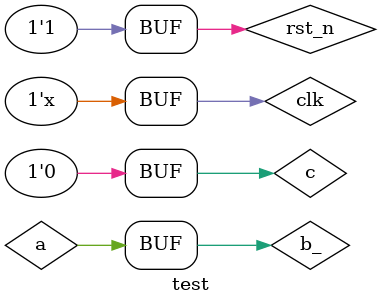
<source format=v>
`timescale 1ns / 1ps


module test();
    
    reg clk;
    reg rst_n;
    reg c;
    reg a;
    reg b;
    wire b_;
    
    assign b_ = a;
    
    always @ (posedge clk or negedge rst_n) begin
        if (~rst_n)             a <= 1'b0;
        else if (c)             a <= 1'b1;
        else                    a <= 1'b0;
    end
    
    always @ (posedge clk or negedge rst_n) begin
        if (~rst_n)             b <= 1'b0;
        else if (a)             b <= 1'b1;
        else                    b <= 1'b0;
    end
    
    initial begin
        rst_n = 1'b1;
        clk = 1'b0;
        c = 1'b0;
        #30 begin
            c = 1'b1;
        end
        #20 begin
            c = 1'b0;
        end
    end
    
    always #10 clk = ~clk;
    
endmodule

</source>
